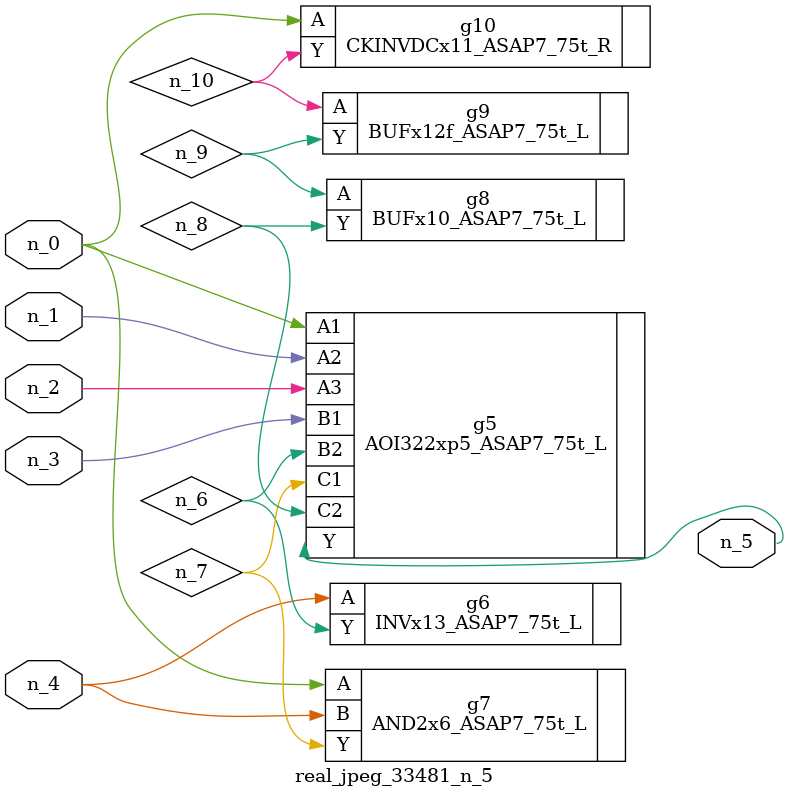
<source format=v>
module real_jpeg_33481_n_5 (n_4, n_0, n_1, n_2, n_3, n_5);

input n_4;
input n_0;
input n_1;
input n_2;
input n_3;

output n_5;

wire n_8;
wire n_6;
wire n_7;
wire n_10;
wire n_9;

AOI322xp5_ASAP7_75t_L g5 ( 
.A1(n_0),
.A2(n_1),
.A3(n_2),
.B1(n_3),
.B2(n_6),
.C1(n_7),
.C2(n_8),
.Y(n_5)
);

AND2x6_ASAP7_75t_L g7 ( 
.A(n_0),
.B(n_4),
.Y(n_7)
);

CKINVDCx11_ASAP7_75t_R g10 ( 
.A(n_0),
.Y(n_10)
);

INVx13_ASAP7_75t_L g6 ( 
.A(n_4),
.Y(n_6)
);

BUFx10_ASAP7_75t_L g8 ( 
.A(n_9),
.Y(n_8)
);

BUFx12f_ASAP7_75t_L g9 ( 
.A(n_10),
.Y(n_9)
);


endmodule
</source>
